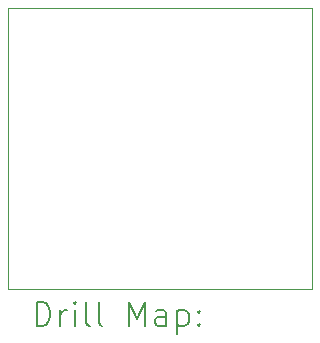
<source format=gbr>
%TF.GenerationSoftware,KiCad,Pcbnew,7.0.1*%
%TF.CreationDate,2023-10-25T21:17:47+02:00*%
%TF.ProjectId,canfd_breakout,63616e66-645f-4627-9265-616b6f75742e,rev?*%
%TF.SameCoordinates,Original*%
%TF.FileFunction,Drillmap*%
%TF.FilePolarity,Positive*%
%FSLAX45Y45*%
G04 Gerber Fmt 4.5, Leading zero omitted, Abs format (unit mm)*
G04 Created by KiCad (PCBNEW 7.0.1) date 2023-10-25 21:17:47*
%MOMM*%
%LPD*%
G01*
G04 APERTURE LIST*
%ADD10C,0.001000*%
%ADD11C,0.200000*%
G04 APERTURE END LIST*
D10*
X9855200Y-9575800D02*
X12433300Y-9575800D01*
X12433300Y-11950700D01*
X9855200Y-11950700D01*
X9855200Y-9575800D01*
D11*
X10102769Y-12263274D02*
X10102769Y-12063274D01*
X10102769Y-12063274D02*
X10150388Y-12063274D01*
X10150388Y-12063274D02*
X10178960Y-12072798D01*
X10178960Y-12072798D02*
X10198007Y-12091845D01*
X10198007Y-12091845D02*
X10207531Y-12110893D01*
X10207531Y-12110893D02*
X10217055Y-12148988D01*
X10217055Y-12148988D02*
X10217055Y-12177559D01*
X10217055Y-12177559D02*
X10207531Y-12215655D01*
X10207531Y-12215655D02*
X10198007Y-12234702D01*
X10198007Y-12234702D02*
X10178960Y-12253750D01*
X10178960Y-12253750D02*
X10150388Y-12263274D01*
X10150388Y-12263274D02*
X10102769Y-12263274D01*
X10302769Y-12263274D02*
X10302769Y-12129940D01*
X10302769Y-12168036D02*
X10312293Y-12148988D01*
X10312293Y-12148988D02*
X10321817Y-12139464D01*
X10321817Y-12139464D02*
X10340864Y-12129940D01*
X10340864Y-12129940D02*
X10359912Y-12129940D01*
X10426579Y-12263274D02*
X10426579Y-12129940D01*
X10426579Y-12063274D02*
X10417055Y-12072798D01*
X10417055Y-12072798D02*
X10426579Y-12082321D01*
X10426579Y-12082321D02*
X10436102Y-12072798D01*
X10436102Y-12072798D02*
X10426579Y-12063274D01*
X10426579Y-12063274D02*
X10426579Y-12082321D01*
X10550388Y-12263274D02*
X10531340Y-12253750D01*
X10531340Y-12253750D02*
X10521817Y-12234702D01*
X10521817Y-12234702D02*
X10521817Y-12063274D01*
X10655150Y-12263274D02*
X10636102Y-12253750D01*
X10636102Y-12253750D02*
X10626579Y-12234702D01*
X10626579Y-12234702D02*
X10626579Y-12063274D01*
X10883721Y-12263274D02*
X10883721Y-12063274D01*
X10883721Y-12063274D02*
X10950388Y-12206131D01*
X10950388Y-12206131D02*
X11017055Y-12063274D01*
X11017055Y-12063274D02*
X11017055Y-12263274D01*
X11198007Y-12263274D02*
X11198007Y-12158512D01*
X11198007Y-12158512D02*
X11188483Y-12139464D01*
X11188483Y-12139464D02*
X11169436Y-12129940D01*
X11169436Y-12129940D02*
X11131340Y-12129940D01*
X11131340Y-12129940D02*
X11112293Y-12139464D01*
X11198007Y-12253750D02*
X11178960Y-12263274D01*
X11178960Y-12263274D02*
X11131340Y-12263274D01*
X11131340Y-12263274D02*
X11112293Y-12253750D01*
X11112293Y-12253750D02*
X11102769Y-12234702D01*
X11102769Y-12234702D02*
X11102769Y-12215655D01*
X11102769Y-12215655D02*
X11112293Y-12196607D01*
X11112293Y-12196607D02*
X11131340Y-12187083D01*
X11131340Y-12187083D02*
X11178960Y-12187083D01*
X11178960Y-12187083D02*
X11198007Y-12177559D01*
X11293245Y-12129940D02*
X11293245Y-12329940D01*
X11293245Y-12139464D02*
X11312293Y-12129940D01*
X11312293Y-12129940D02*
X11350388Y-12129940D01*
X11350388Y-12129940D02*
X11369436Y-12139464D01*
X11369436Y-12139464D02*
X11378959Y-12148988D01*
X11378959Y-12148988D02*
X11388483Y-12168036D01*
X11388483Y-12168036D02*
X11388483Y-12225178D01*
X11388483Y-12225178D02*
X11378959Y-12244226D01*
X11378959Y-12244226D02*
X11369436Y-12253750D01*
X11369436Y-12253750D02*
X11350388Y-12263274D01*
X11350388Y-12263274D02*
X11312293Y-12263274D01*
X11312293Y-12263274D02*
X11293245Y-12253750D01*
X11474198Y-12244226D02*
X11483721Y-12253750D01*
X11483721Y-12253750D02*
X11474198Y-12263274D01*
X11474198Y-12263274D02*
X11464674Y-12253750D01*
X11464674Y-12253750D02*
X11474198Y-12244226D01*
X11474198Y-12244226D02*
X11474198Y-12263274D01*
X11474198Y-12139464D02*
X11483721Y-12148988D01*
X11483721Y-12148988D02*
X11474198Y-12158512D01*
X11474198Y-12158512D02*
X11464674Y-12148988D01*
X11464674Y-12148988D02*
X11474198Y-12139464D01*
X11474198Y-12139464D02*
X11474198Y-12158512D01*
M02*

</source>
